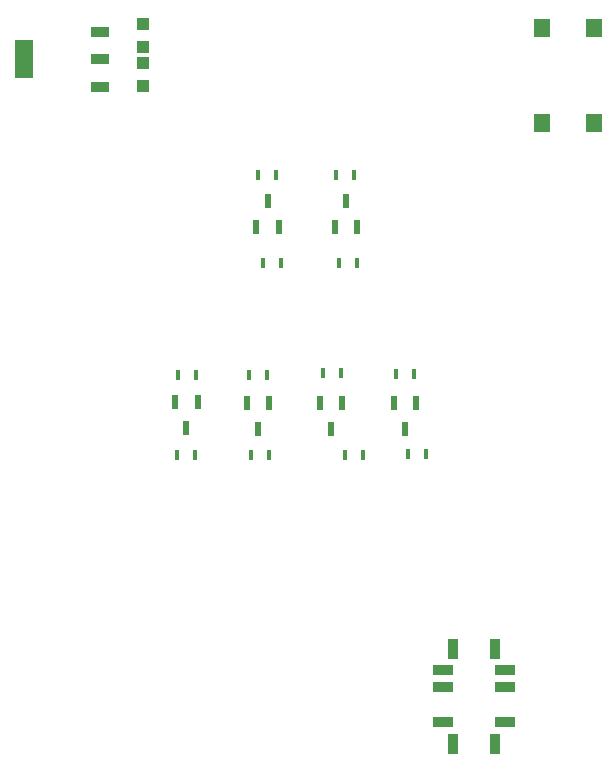
<source format=gtp>
G75*
%MOIN*%
%OFA0B0*%
%FSLAX25Y25*%
%IPPOS*%
%LPD*%
%AMOC8*
5,1,8,0,0,1.08239X$1,22.5*
%
%ADD10R,0.06400X0.03500*%
%ADD11R,0.06400X0.12500*%
%ADD12R,0.04000X0.04000*%
%ADD13R,0.01600X0.03200*%
%ADD14R,0.02100X0.04600*%
%ADD15R,0.05512X0.06299*%
%ADD16R,0.03200X0.06600*%
%ADD17R,0.06600X0.03200*%
D10*
X0111170Y0249988D03*
X0111170Y0259088D03*
X0111170Y0268188D03*
D11*
X0085970Y0259088D03*
D12*
X0125541Y0257769D03*
X0125377Y0263341D03*
X0125377Y0270841D03*
X0125541Y0250269D03*
D13*
X0136903Y0127335D03*
X0142903Y0127335D03*
X0161559Y0127335D03*
X0167559Y0127335D03*
X0192867Y0127335D03*
X0198867Y0127335D03*
X0213992Y0127617D03*
X0219992Y0127617D03*
X0215901Y0154345D03*
X0209901Y0154345D03*
X0191647Y0154503D03*
X0185647Y0154503D03*
X0166843Y0153717D03*
X0160843Y0153717D03*
X0143221Y0153715D03*
X0137221Y0153715D03*
X0165568Y0191090D03*
X0171568Y0191090D03*
X0190717Y0191245D03*
X0196717Y0191245D03*
X0195856Y0220646D03*
X0189856Y0220646D03*
X0169996Y0220573D03*
X0163996Y0220573D03*
D14*
X0167065Y0211779D03*
X0163365Y0203179D03*
X0170765Y0203179D03*
X0189393Y0203216D03*
X0196793Y0203216D03*
X0193093Y0211816D03*
X0191893Y0144413D03*
X0184493Y0144413D03*
X0188193Y0135813D03*
X0167516Y0144413D03*
X0160116Y0144413D03*
X0163816Y0135813D03*
X0143735Y0144808D03*
X0136335Y0144808D03*
X0140035Y0136208D03*
X0209156Y0144414D03*
X0216556Y0144414D03*
X0212856Y0135814D03*
D15*
X0258454Y0237958D03*
X0275776Y0237958D03*
X0275776Y0269454D03*
X0258454Y0269454D03*
D16*
X0243024Y0062451D03*
X0228851Y0062451D03*
X0228851Y0030955D03*
X0243024Y0030955D03*
D17*
X0246174Y0038041D03*
X0246174Y0049852D03*
X0246174Y0055364D03*
X0225701Y0055364D03*
X0225701Y0049852D03*
X0225701Y0038041D03*
M02*

</source>
